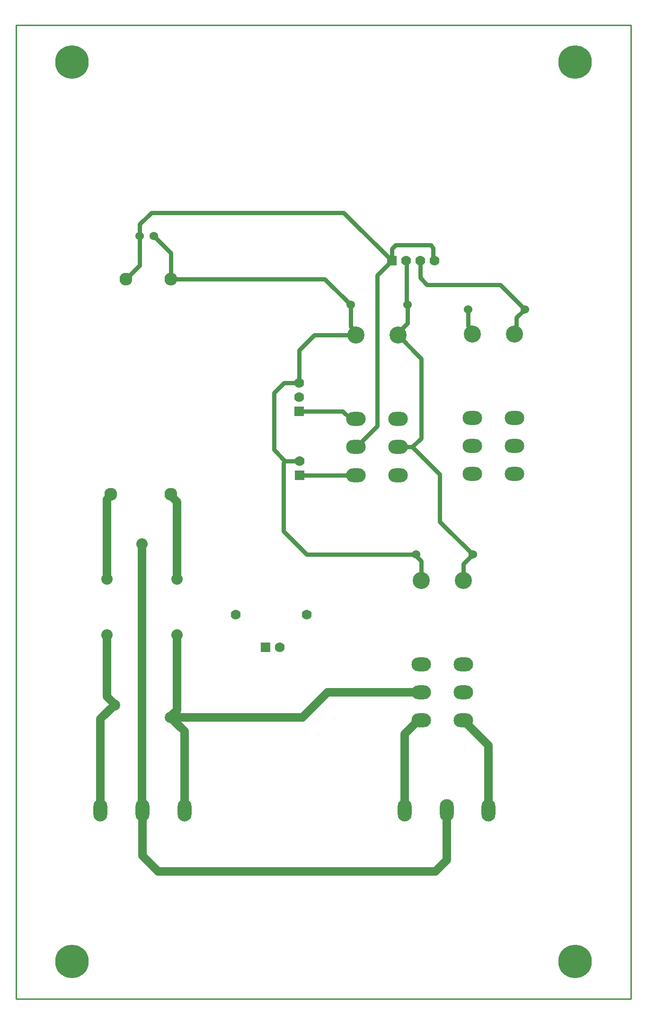
<source format=gbl>
G04*
G04 #@! TF.GenerationSoftware,Altium Limited,Altium Designer,20.1.11 (218)*
G04*
G04 Layer_Physical_Order=2*
G04 Layer_Color=255*
%FSLAX25Y25*%
%MOIN*%
G70*
G04*
G04 #@! TF.SameCoordinates,48E65404-B400-47D1-B387-DC0D371750F1*
G04*
G04*
G04 #@! TF.FilePolarity,Positive*
G04*
G01*
G75*
%ADD10C,0.01000*%
%ADD30C,0.05906*%
%ADD31C,0.03150*%
%ADD32O,0.09843X0.15748*%
%ADD33O,0.13780X0.09843*%
%ADD34C,0.12000*%
%ADD35C,0.07000*%
%ADD36C,0.06000*%
%ADD37R,0.07000X0.07000*%
%ADD38R,0.07000X0.07000*%
%ADD39C,0.09055*%
%ADD40C,0.07874*%
%ADD41C,0.08000*%
%ADD42C,0.23622*%
D10*
X-216535Y-342520D02*
Y342520D01*
X216535D01*
Y-342520D02*
Y342520D01*
X-216535Y-342520D02*
X216535D01*
D30*
X2756Y-126772D02*
X68898D01*
X-14961Y-144488D02*
X2756Y-126772D01*
X-107874Y-144488D02*
X-14961D01*
X98425Y-146457D02*
X99328D01*
X101147Y-148275D01*
Y-149179D02*
Y-148275D01*
Y-149179D02*
X116142Y-164173D01*
Y-209842D02*
Y-164173D01*
X57087Y-209842D02*
Y-156299D01*
X66929Y-146457D01*
X68898D01*
X-128740Y-209842D02*
X-127756Y-208858D01*
X78740Y-252756D02*
X86614Y-244882D01*
Y-209842D01*
X-116535Y-252756D02*
X78740D01*
X-127559Y-241732D02*
Y-209842D01*
Y-241732D02*
X-116535Y-252756D01*
X-103347Y-139428D02*
Y-86614D01*
X-107874Y-143956D02*
X-103347Y-139428D01*
X-107874Y-144488D02*
Y-143956D01*
X-98032Y-209842D02*
Y-154331D01*
X-107874Y-144488D02*
X-98032Y-154331D01*
X-157087Y-209842D02*
Y-145669D01*
X-147244Y-135827D01*
X-152559Y-129979D02*
Y-86614D01*
Y-129979D02*
X-147244Y-135294D01*
Y-135827D02*
Y-135294D01*
X-127953Y-22638D02*
X-127756Y-22835D01*
Y-208858D02*
Y-22835D01*
X-107480Y11352D02*
Y13386D01*
X-103347Y-47244D02*
Y7219D01*
X-107480Y11352D02*
X-103347Y7219D01*
X-152559Y-47244D02*
Y8990D01*
X-149606Y11943D01*
Y12205D01*
D31*
X124409Y159843D02*
X141732Y142520D01*
X72835Y159843D02*
X124409D01*
X67992Y164685D02*
Y176772D01*
Y164685D02*
X72835Y159843D01*
X77255Y177508D02*
Y185950D01*
X75410Y187795D02*
X77255Y185950D01*
X50787Y187795D02*
X75410D01*
X77255Y177508D02*
X77992Y176772D01*
X47992D02*
Y185000D01*
X50787Y187795D01*
X37795Y166575D02*
X47992Y176772D01*
X37795Y60630D02*
Y166575D01*
X22835Y45669D02*
X22992D01*
X26084Y48761D01*
Y48918D01*
X37795Y60630D01*
X-121260Y210630D02*
X14134D01*
X47992Y176772D01*
X13543Y70866D02*
X19055Y65354D01*
X-17323Y70866D02*
X13543D01*
X19055Y65354D02*
X22835D01*
X-17323Y113779D02*
X-6693Y124409D01*
X-17323Y90866D02*
Y113779D01*
X-28032Y90866D02*
X-17323D01*
X-35039Y83858D02*
X-28032Y90866D01*
X-35039Y43701D02*
Y83858D01*
X58524Y146201D02*
X59055Y145669D01*
X58524Y146201D02*
Y176240D01*
X57992Y176772D02*
X58524Y176240D01*
X-129528Y202362D02*
X-121260Y210630D01*
X-129528Y194095D02*
Y202362D01*
X-28346Y-13386D02*
Y34646D01*
X-27165Y35827D01*
X-28346Y-13386D02*
X-11811Y-29921D01*
X64961D01*
X104921Y66142D02*
X105079D01*
X108170Y69233D01*
Y69391D01*
X81890Y-6850D02*
X104961Y-29921D01*
X81890Y-6850D02*
Y26378D01*
X62598Y45669D02*
X81890Y26378D01*
X52362Y45669D02*
X62598D01*
X68898Y51968D01*
X52362Y124409D02*
X68898Y107874D01*
Y51968D02*
Y107874D01*
X-16929Y25827D02*
X-16850Y25905D01*
X22756D01*
X22835Y25984D01*
X-27165Y35827D02*
X-16929D01*
X-35039Y43701D02*
X-27165Y35827D01*
X-139173Y163976D02*
X-129528Y173622D01*
Y194095D01*
X134449Y125197D02*
X135905Y126653D01*
Y136693D01*
X141732Y142520D01*
X101732Y130781D02*
Y142520D01*
Y130781D02*
X104921Y127592D01*
Y125197D02*
Y127592D01*
X-119528Y194095D02*
X-107677Y182244D01*
Y163976D02*
Y182244D01*
Y163976D02*
X748D01*
X19055Y145669D01*
X-6693Y124409D02*
X22835D01*
X19055Y130584D02*
Y145669D01*
Y130584D02*
X22835Y126804D01*
Y124409D02*
Y126804D01*
X59055Y132883D02*
Y145669D01*
X52362Y126190D02*
X59055Y132883D01*
X52362Y124409D02*
Y126190D01*
X98425Y-48031D02*
Y-36457D01*
X104961Y-29921D01*
X68898Y-48031D02*
Y-34630D01*
X64961Y-30693D02*
X68898Y-34630D01*
X64961Y-30693D02*
Y-29921D01*
D32*
X-157087Y-209842D02*
D03*
X-127559D02*
D03*
X-98032D02*
D03*
X57087D02*
D03*
X86614D02*
D03*
X116142D02*
D03*
D33*
X68898Y-146457D02*
D03*
Y-126772D02*
D03*
Y-107087D02*
D03*
X98425Y-146457D02*
D03*
Y-126772D02*
D03*
Y-107087D02*
D03*
X22835Y25984D02*
D03*
Y45669D02*
D03*
Y65354D02*
D03*
X52362Y25984D02*
D03*
Y45669D02*
D03*
Y65354D02*
D03*
X104921Y26772D02*
D03*
Y46457D02*
D03*
Y66142D02*
D03*
X134449Y26772D02*
D03*
Y46457D02*
D03*
Y66142D02*
D03*
D34*
X98425Y-48031D02*
D03*
X68898D02*
D03*
X52362Y124409D02*
D03*
X22835D02*
D03*
X134449Y125197D02*
D03*
X104921D02*
D03*
D35*
X-12008Y-72047D02*
D03*
X-62008D02*
D03*
X77992Y176772D02*
D03*
X67992D02*
D03*
X57992D02*
D03*
X-30827Y-95276D02*
D03*
X-16929Y35827D02*
D03*
X-17323Y90866D02*
D03*
Y80866D02*
D03*
D36*
X64961Y-29921D02*
D03*
X104961D02*
D03*
X101732Y142520D02*
D03*
X141732D02*
D03*
X19055Y145669D02*
D03*
X59055D02*
D03*
X-129528Y194095D02*
D03*
X-119528D02*
D03*
D37*
X47992Y176772D02*
D03*
X-40827Y-95276D02*
D03*
D38*
X-16929Y25827D02*
D03*
X-17323Y70866D02*
D03*
D39*
X-139173Y163976D02*
D03*
X-107677D02*
D03*
X-150000Y12402D02*
D03*
X-107677D02*
D03*
D40*
X-147244Y-135827D02*
D03*
X-107874Y-144488D02*
D03*
D41*
X-127953Y-22638D02*
D03*
X-152559Y-47244D02*
D03*
X-103347D02*
D03*
X-152559Y-86614D02*
D03*
X-103347D02*
D03*
D42*
X-177165Y316339D02*
D03*
X177165D02*
D03*
Y-316339D02*
D03*
X-177165D02*
D03*
M02*

</source>
